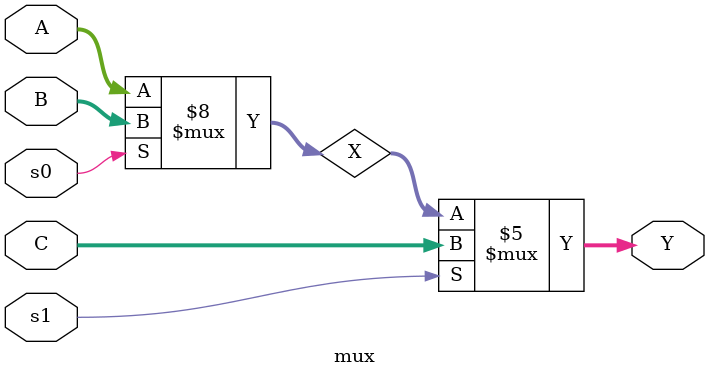
<source format=v>

module mux(Y,s1,s0,A, B, C);   //module defination
	input s1,s0;  //select inputs
	input [3:0]A, B, C;   //4 bit data input
	reg [3:0]X;   //4 bit intermediate register
	output reg [3:0]Y;  //4 bit output register
	
	
	always @(s1, s0, A, B, C)
	begin
		//X is the output of the first MUX
		if(s0 == 0)  //if s0 is 0 then X is set to A
			X = A;
		else    //if s0 is 1 then X is set to B
			X = B;
	
		if(s1 == 0)  //if s1 is 0 then Y is set to the output of the first MUX(i.e. X)
			Y = X;
		else    //if s1 is 1 then Y is set to C
			Y = C;
	
	end
endmodule


</source>
